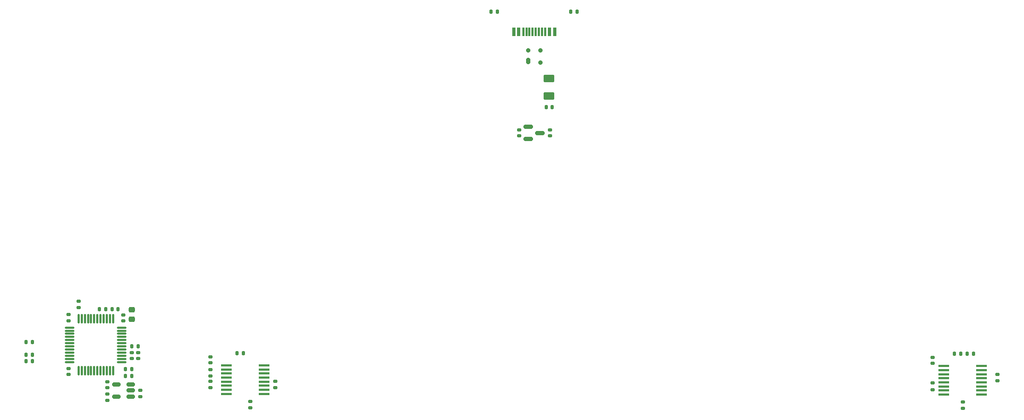
<source format=gbr>
%TF.GenerationSoftware,KiCad,Pcbnew,8.0.8*%
%TF.CreationDate,2025-05-03T21:31:00+02:00*%
%TF.ProjectId,pandemonium EC 2 Layer,70616e64-656d-46f6-9e69-756d20454320,rev?*%
%TF.SameCoordinates,Original*%
%TF.FileFunction,Paste,Bot*%
%TF.FilePolarity,Positive*%
%FSLAX46Y46*%
G04 Gerber Fmt 4.6, Leading zero omitted, Abs format (unit mm)*
G04 Created by KiCad (PCBNEW 8.0.8) date 2025-05-03 21:31:00*
%MOMM*%
%LPD*%
G01*
G04 APERTURE LIST*
G04 Aperture macros list*
%AMRoundRect*
0 Rectangle with rounded corners*
0 $1 Rounding radius*
0 $2 $3 $4 $5 $6 $7 $8 $9 X,Y pos of 4 corners*
0 Add a 4 corners polygon primitive as box body*
4,1,4,$2,$3,$4,$5,$6,$7,$8,$9,$2,$3,0*
0 Add four circle primitives for the rounded corners*
1,1,$1+$1,$2,$3*
1,1,$1+$1,$4,$5*
1,1,$1+$1,$6,$7*
1,1,$1+$1,$8,$9*
0 Add four rect primitives between the rounded corners*
20,1,$1+$1,$2,$3,$4,$5,0*
20,1,$1+$1,$4,$5,$6,$7,0*
20,1,$1+$1,$6,$7,$8,$9,0*
20,1,$1+$1,$8,$9,$2,$3,0*%
G04 Aperture macros list end*
%ADD10RoundRect,0.140000X-0.140000X-0.170000X0.140000X-0.170000X0.140000X0.170000X-0.140000X0.170000X0*%
%ADD11RoundRect,0.150000X-0.587500X-0.150000X0.587500X-0.150000X0.587500X0.150000X-0.587500X0.150000X0*%
%ADD12RoundRect,0.140000X-0.170000X0.140000X-0.170000X-0.140000X0.170000X-0.140000X0.170000X0.140000X0*%
%ADD13RoundRect,0.075000X0.662500X0.075000X-0.662500X0.075000X-0.662500X-0.075000X0.662500X-0.075000X0*%
%ADD14RoundRect,0.075000X0.075000X0.662500X-0.075000X0.662500X-0.075000X-0.662500X0.075000X-0.662500X0*%
%ADD15RoundRect,0.135000X0.135000X0.185000X-0.135000X0.185000X-0.135000X-0.185000X0.135000X-0.185000X0*%
%ADD16RoundRect,0.135000X-0.135000X-0.185000X0.135000X-0.185000X0.135000X0.185000X-0.135000X0.185000X0*%
%ADD17R,0.600000X1.450000*%
%ADD18R,0.300000X1.450000*%
%ADD19RoundRect,0.140000X0.170000X-0.140000X0.170000X0.140000X-0.170000X0.140000X-0.170000X-0.140000X0*%
%ADD20RoundRect,0.150000X0.512500X0.150000X-0.512500X0.150000X-0.512500X-0.150000X0.512500X-0.150000X0*%
%ADD21RoundRect,0.140000X0.140000X0.170000X-0.140000X0.170000X-0.140000X-0.170000X0.140000X-0.170000X0*%
%ADD22RoundRect,0.135000X0.185000X-0.135000X0.185000X0.135000X-0.185000X0.135000X-0.185000X-0.135000X0*%
%ADD23RoundRect,0.135000X-0.185000X0.135000X-0.185000X-0.135000X0.185000X-0.135000X0.185000X0.135000X0*%
%ADD24R,1.778000X0.419100*%
%ADD25RoundRect,0.250000X-0.625000X0.375000X-0.625000X-0.375000X0.625000X-0.375000X0.625000X0.375000X0*%
%ADD26RoundRect,0.175000X-0.175000X-0.325000X0.175000X-0.325000X0.175000X0.325000X-0.175000X0.325000X0*%
%ADD27RoundRect,0.150000X-0.200000X-0.150000X0.200000X-0.150000X0.200000X0.150000X-0.200000X0.150000X0*%
%ADD28RoundRect,0.225000X0.250000X-0.225000X0.250000X0.225000X-0.250000X0.225000X-0.250000X-0.225000X0*%
G04 APERTURE END LIST*
D10*
%TO.C,C40*%
X62919561Y-79628486D03*
X63879561Y-79628486D03*
%TD*%
D11*
%TO.C,U9*%
X126062500Y-46507500D03*
X126062500Y-44607500D03*
X127937500Y-45557500D03*
%TD*%
D12*
%TO.C,C38*%
X52784658Y-83177500D03*
X52784658Y-84137500D03*
%TD*%
D13*
%TO.C,U8*%
X61312500Y-76625000D03*
X61312500Y-77125000D03*
X61312500Y-77625000D03*
X61312500Y-78125000D03*
X61312500Y-78625000D03*
X61312500Y-79125000D03*
X61312500Y-79625000D03*
X61312500Y-80125000D03*
X61312500Y-80625000D03*
X61312500Y-81125000D03*
X61312500Y-81625000D03*
X61312500Y-82125000D03*
D14*
X59900000Y-83537500D03*
X59400000Y-83537500D03*
X58900000Y-83537500D03*
X58400000Y-83537500D03*
X57900000Y-83537500D03*
X57400000Y-83537500D03*
X56900000Y-83537500D03*
X56400000Y-83537500D03*
X55900000Y-83537500D03*
X55400000Y-83537500D03*
X54900000Y-83537500D03*
X54400000Y-83537500D03*
D13*
X52987500Y-82125000D03*
X52987500Y-81625000D03*
X52987500Y-81125000D03*
X52987500Y-80625000D03*
X52987500Y-80125000D03*
X52987500Y-79625000D03*
X52987500Y-79125000D03*
X52987500Y-78625000D03*
X52987500Y-78125000D03*
X52987500Y-77625000D03*
X52987500Y-77125000D03*
X52987500Y-76625000D03*
D14*
X54400000Y-75212500D03*
X54900000Y-75212500D03*
X55400000Y-75212500D03*
X55900000Y-75212500D03*
X56400000Y-75212500D03*
X56900000Y-75212500D03*
X57400000Y-75212500D03*
X57900000Y-75212500D03*
X58400000Y-75212500D03*
X58900000Y-75212500D03*
X59400000Y-75212500D03*
X59900000Y-75212500D03*
%TD*%
D15*
%TO.C,R30*%
X133860000Y-26193750D03*
X132840000Y-26193750D03*
%TD*%
D16*
%TO.C,R20*%
X57717500Y-73682441D03*
X58737500Y-73682441D03*
%TD*%
D17*
%TO.C,J1*%
X123750000Y-29445000D03*
X124550000Y-29445000D03*
D18*
X125750000Y-29445000D03*
X126750000Y-29445000D03*
X127250000Y-29445000D03*
X128250000Y-29445000D03*
D17*
X129450000Y-29445000D03*
X130250000Y-29445000D03*
X130250000Y-29445000D03*
X129450000Y-29445000D03*
D18*
X128750000Y-29445000D03*
X127750000Y-29445000D03*
X126250000Y-29445000D03*
X125250000Y-29445000D03*
D17*
X124550000Y-29445000D03*
X123750000Y-29445000D03*
%TD*%
D12*
%TO.C,C34*%
X62864081Y-80630576D03*
X62864081Y-81590576D03*
%TD*%
D19*
%TO.C,C42*%
X124618750Y-46037500D03*
X124618750Y-45077500D03*
%TD*%
D15*
%TO.C,R25*%
X196960000Y-80801700D03*
X195940000Y-80801700D03*
%TD*%
D12*
%TO.C,C39*%
X63923750Y-80630576D03*
X63923750Y-81590576D03*
%TD*%
D15*
%TO.C,R15*%
X62872500Y-83300000D03*
X61852500Y-83300000D03*
%TD*%
D12*
%TO.C,C31*%
X75406250Y-81276250D03*
X75406250Y-82236250D03*
%TD*%
D19*
%TO.C,C41*%
X129531250Y-46037500D03*
X129531250Y-45077500D03*
%TD*%
D20*
%TO.C,U5*%
X62706250Y-85725000D03*
X62706250Y-86675000D03*
X62706250Y-87625000D03*
X60431250Y-87625000D03*
X60431250Y-85725000D03*
%TD*%
D21*
%TO.C,C44*%
X129861250Y-41462500D03*
X128901250Y-41462500D03*
%TD*%
D19*
%TO.C,C30*%
X64195574Y-87626430D03*
X64195574Y-86666430D03*
%TD*%
D22*
%TO.C,R3*%
X54407441Y-73416326D03*
X54407441Y-72396326D03*
%TD*%
D23*
%TO.C,R17*%
X81756250Y-88390000D03*
X81756250Y-89410000D03*
%TD*%
%TO.C,R21*%
X85725000Y-85215000D03*
X85725000Y-86235000D03*
%TD*%
D12*
%TO.C,C32*%
X190500000Y-81384200D03*
X190500000Y-82344200D03*
%TD*%
D15*
%TO.C,R18*%
X80678750Y-80693750D03*
X79658750Y-80693750D03*
%TD*%
D24*
%TO.C,U6*%
X83936840Y-82657950D03*
X83936840Y-83308190D03*
X83936840Y-83958430D03*
X83936840Y-84608670D03*
X83936840Y-85253830D03*
X83936840Y-85904070D03*
X83936840Y-86554310D03*
X83936840Y-87204550D03*
X77988160Y-87204550D03*
X77988160Y-86554310D03*
X77988160Y-85904070D03*
X77988160Y-85253830D03*
X77988160Y-84608670D03*
X77988160Y-83958430D03*
X77988160Y-83308190D03*
X77988160Y-82657950D03*
%TD*%
D19*
%TO.C,C33*%
X61545824Y-75540288D03*
X61545824Y-74580288D03*
%TD*%
D15*
%TO.C,R1*%
X47057500Y-80968750D03*
X46037500Y-80968750D03*
%TD*%
D22*
%TO.C,R14*%
X58993750Y-88228750D03*
X58993750Y-87208750D03*
%TD*%
D19*
%TO.C,C29*%
X58993750Y-86211250D03*
X58993750Y-85251250D03*
%TD*%
D16*
%TO.C,R29*%
X120140000Y-26193750D03*
X121160000Y-26193750D03*
%TD*%
D15*
%TO.C,R13*%
X62872500Y-84393750D03*
X61852500Y-84393750D03*
%TD*%
D19*
%TO.C,C35*%
X52784658Y-75521036D03*
X52784658Y-74561036D03*
%TD*%
D16*
%TO.C,R27*%
X193958750Y-80801700D03*
X194978750Y-80801700D03*
%TD*%
D23*
%TO.C,R19*%
X75406250Y-85215000D03*
X75406250Y-86235000D03*
%TD*%
D15*
%TO.C,R4*%
X47057500Y-81956250D03*
X46037500Y-81956250D03*
%TD*%
D25*
%TO.C,F3*%
X129381250Y-36887500D03*
X129381250Y-39687500D03*
%TD*%
D15*
%TO.C,R2*%
X47057500Y-78968750D03*
X46037500Y-78968750D03*
%TD*%
D22*
%TO.C,R28*%
X200818750Y-85157500D03*
X200818750Y-84137500D03*
%TD*%
D24*
%TO.C,U7*%
X198236840Y-82765900D03*
X198236840Y-83416140D03*
X198236840Y-84066380D03*
X198236840Y-84716620D03*
X198236840Y-85361780D03*
X198236840Y-86012020D03*
X198236840Y-86662260D03*
X198236840Y-87312500D03*
X192288160Y-87312500D03*
X192288160Y-86662260D03*
X192288160Y-86012020D03*
X192288160Y-85361780D03*
X192288160Y-84716620D03*
X192288160Y-84066380D03*
X192288160Y-83416140D03*
X192288160Y-82765900D03*
%TD*%
D23*
%TO.C,R26*%
X195262500Y-88497950D03*
X195262500Y-89517950D03*
%TD*%
D26*
%TO.C,U11*%
X126000000Y-34087500D03*
D27*
X126000000Y-32387500D03*
X128000000Y-32387500D03*
X128000000Y-34287500D03*
%TD*%
D23*
%TO.C,R24*%
X190500000Y-85498750D03*
X190500000Y-86518750D03*
%TD*%
D28*
%TO.C,C37*%
X62894069Y-75284151D03*
X62894069Y-73734151D03*
%TD*%
D21*
%TO.C,C36*%
X60668750Y-73682441D03*
X59708750Y-73682441D03*
%TD*%
D22*
%TO.C,R16*%
X75406250Y-84363750D03*
X75406250Y-83343750D03*
%TD*%
M02*

</source>
